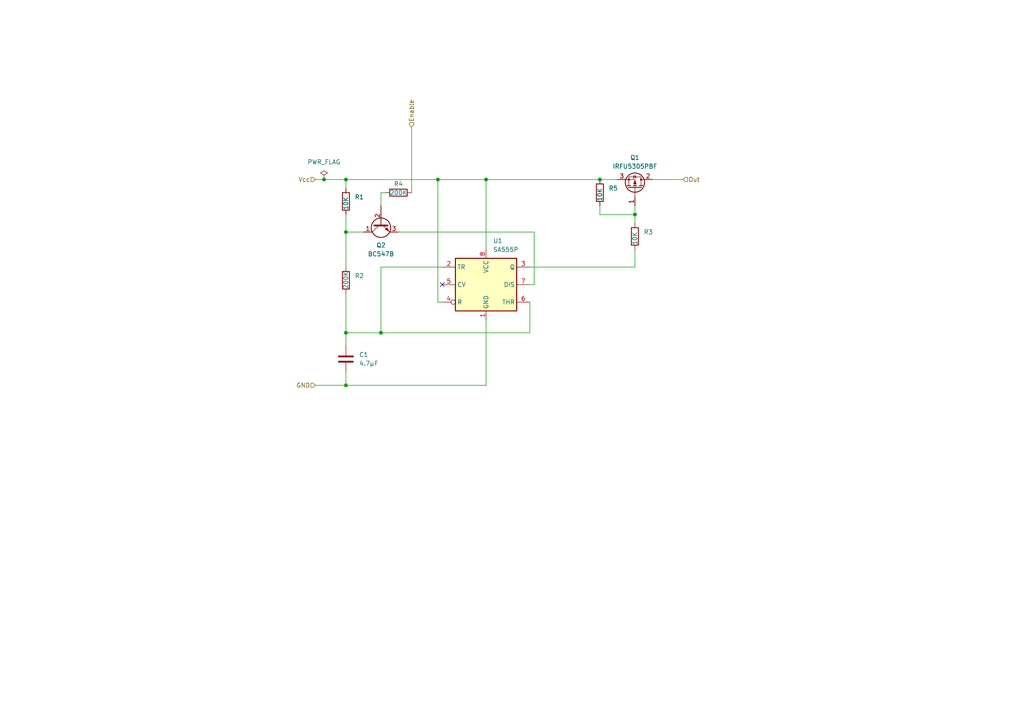
<source format=kicad_sch>
(kicad_sch (version 20211123) (generator eeschema)
  (paper "A4")
  (title_block (title "Module clignotant") (date "2025-01-08") (company "Vélo solaire pour tous") (comment 1 "Licence CERN-OHL-S version 2"))
  (lib_symbols
    (symbol "Device:C" (pin_numbers hide) (pin_names (offset 0.254))
      (property "Reference" "C" (at 0.635 2.54 0))
      (property "Value" "C" (at 0.635 -2.54 0))
      (symbol "C_0_1"
        (polyline (pts (xy -2.032 -0.762) (xy 2.032 -0.762)) (stroke (width 0.508)))
        (polyline (pts (xy -2.032 0.762) (xy 2.032 0.762)) (stroke (width 0.508)))
      )
      (symbol "C_1_1"
        (pin passive line (at 0 3.81 270) (length 2.794) (name "~") (number "1"))
        (pin passive line (at 0 -3.81 90) (length 2.794) (name "~") (number "2"))
      )
    )
    (symbol "Device:Q_NPN_CBE" (pin_names (offset 0) hide)
      (property "Reference" "Q" (at 5.08 1.27 0))
      (property "Value" "Q_NPN_CBE" (at 5.08 -1.27 0))
      (symbol "Q_NPN_CBE_0_1"
        (polyline (pts (xy 0.635 0.635) (xy 2.54 2.54)))
        (polyline (pts (xy 0.635 -0.635) (xy 2.54 -2.54) (xy 2.54 -2.54)))
        (polyline (pts (xy 0.635 1.905) (xy 0.635 -1.905) (xy 0.635 -1.905)) (stroke (width 0.508)))
        (polyline (pts (xy 1.27 -1.778) (xy 1.778 -1.27) (xy 2.286 -2.286) (xy 1.27 -1.778) (xy 1.27 -1.778)) (fill (type outline)))
        (circle (center 1.27 0) (radius 2.8194) (stroke (width 0.254)))
      )
      (symbol "Q_NPN_CBE_1_1"
        (pin passive line (at 2.54 5.08 270) (length 2.54) (name "C") (number "1"))
        (pin input line (at -5.08 0 0) (length 5.715) (name "B") (number "2"))
        (pin passive line (at 2.54 -5.08 90) (length 2.54) (name "E") (number "3"))
      )
    )
    (symbol "Device:R" (pin_numbers hide) (pin_names (offset 0))
      (property "Reference" "R" (at 2.032 0 90))
      (property "Value" "R" (at 0 0 90))
      (symbol "R_0_1"
        (rectangle (start -1.016 -2.54) (end 1.016 2.54) (stroke (width 0.254)))
      )
      (symbol "R_1_1"
        (pin passive line (at 0 3.81 270) (length 1.27) (name "~") (number "1"))
        (pin passive line (at 0 -3.81 90) (length 1.27) (name "~") (number "2"))
      )
    )
    (symbol "Timer:SA555P"
      (property "Reference" "U" (at -10.16 8.89 0))
      (property "Value" "SA555P" (at 2.54 8.89 0))
      (symbol "SA555P_0_0"
        (pin power_in line (at 0 -10.16 90) (length 2.54) (name "GND") (number "1"))
        (pin power_in line (at 0 10.16 270) (length 2.54) (name "VCC") (number "8"))
      )
      (symbol "SA555P_0_1"
        (rectangle (start -8.89 -7.62) (end 8.89 7.62) (stroke (width 0.254)) (fill (type background)))
        (rectangle (start -8.89 -7.62) (end 8.89 7.62) (stroke (width 0.254)) (fill (type background)))
      )
      (symbol "SA555P_1_1"
        (pin input line (at -12.7 5.08 0) (length 3.81) (name "TR") (number "2"))
        (pin output line (at 12.7 5.08 180) (length 3.81) (name "Q") (number "3"))
        (pin input inverted (at -12.7 -5.08 0) (length 3.81) (name "R") (number "4"))
        (pin input line (at -12.7 0 0) (length 3.81) (name "CV") (number "5"))
        (pin input line (at 12.7 -5.08 180) (length 3.81) (name "THR") (number "6"))
        (pin input line (at 12.7 0 180) (length 3.81) (name "DIS") (number "7"))
      )
    )
    (symbol "Transistor_FET:FQP27P06" (pin_names hide)
      (property "Reference" "Q" (at 5.08 1.905 0))
      (property "Value" "FQP27P06" (at 5.08 0 0))
      (symbol "FQP27P06_0_1"
        (polyline (pts (xy 0.254 0) (xy -2.54 0)))
        (polyline (pts (xy 0.254 1.905) (xy 0.254 -1.905)) (stroke (width 0.254)))
        (polyline (pts (xy 0.762 -1.27) (xy 0.762 -2.286)) (stroke (width 0.254)))
        (polyline (pts (xy 0.762 0.508) (xy 0.762 -0.508)) (stroke (width 0.254)))
        (polyline (pts (xy 0.762 2.286) (xy 0.762 1.27)) (stroke (width 0.254)))
        (polyline (pts (xy 2.54 2.54) (xy 2.54 1.778)))
        (polyline (pts (xy 2.54 -2.54) (xy 2.54 0) (xy 0.762 0)))
        (polyline (pts (xy 0.762 1.778) (xy 3.302 1.778) (xy 3.302 -1.778) (xy 0.762 -1.778)))
        (polyline (pts (xy 2.286 0) (xy 1.27 0.381) (xy 1.27 -0.381) (xy 2.286 0)) (fill (type outline)))
        (polyline (pts (xy 2.794 -0.508) (xy 2.921 -0.381) (xy 3.683 -0.381) (xy 3.81 -0.254)))
        (polyline (pts (xy 3.302 -0.381) (xy 2.921 0.254) (xy 3.683 0.254) (xy 3.302 -0.381)))
        (circle (center 1.651 0) (radius 2.794) (stroke (width 0.254)))
        (circle (center 2.54 -1.778) (radius 0.254) (fill (type outline)))
        (circle (center 2.54 1.778) (radius 0.254) (fill (type outline)))
      )
      (symbol "FQP27P06_1_1"
        (pin input line (at -5.08 0 0) (length 2.54) (name "G") (number "1"))
        (pin passive line (at 2.54 5.08 270) (length 2.54) (name "D") (number "2"))
        (pin passive line (at 2.54 -5.08 90) (length 2.54) (name "S") (number "3"))
      )
    )
    (symbol "power:PWR_FLAG" (power) (pin_numbers hide) (pin_names (offset 0) hide)
      (property "Value" "PWR_FLAG" (at 0 3.81 0))
      (symbol "PWR_FLAG_0_0"
        (pin power_out line (at 0 0 90) (length 0) (name "pwr") (number "1"))
      )
      (symbol "PWR_FLAG_0_1"
        (polyline (pts (xy 0 0) (xy 0 1.27) (xy -1.016 1.905) (xy 0 2.54) (xy 1.016 1.905) (xy 0 1.27)))
      )
    )
  )
  (junction (at 140.97 52.07))
  (junction (at 184.15 62.23))
  (junction (at 100.33 67.31))
  (junction (at 100.33 52.07))
  (junction (at 173.99 52.07))
  (junction (at 93.98 52.07))
  (junction (at 127 52.07))
  (junction (at 100.33 111.76))
  (junction (at 110.49 96.52))
  (junction (at 100.33 96.52))
  (no_connect (at 128.27 82.55))
  (wire (pts (xy 127 52.07) (xy 127 87.63)))
  (wire (pts (xy 140.97 52.07) (xy 140.97 72.39)))
  (wire (pts (xy 111.76 55.88) (xy 110.49 55.88)))
  (wire (pts (xy 140.97 92.71) (xy 140.97 111.76)))
  (wire (pts (xy 128.27 77.47) (xy 110.49 77.47)))
  (wire (pts (xy 140.97 52.07) (xy 173.99 52.07)))
  (wire (pts (xy 153.67 96.52) (xy 110.49 96.52)))
  (wire (pts (xy 100.33 67.31) (xy 100.33 77.47)))
  (wire (pts (xy 189.23 52.07) (xy 198.12 52.07)))
  (wire (pts (xy 153.67 82.55) (xy 154.94 82.55)))
  (wire (pts (xy 100.33 111.76) (xy 100.33 107.95)))
  (wire (pts (xy 100.33 67.31) (xy 105.41 67.31)))
  (wire (pts (xy 110.49 77.47) (xy 110.49 96.52)))
  (wire (pts (xy 119.38 36.83) (xy 119.38 55.88)))
  (wire (pts (xy 100.33 111.76) (xy 140.97 111.76)))
  (wire (pts (xy 153.67 77.47) (xy 184.15 77.47)))
  (wire (pts (xy 91.44 52.07) (xy 93.98 52.07)))
  (wire (pts (xy 184.15 64.77) (xy 184.15 62.23)))
  (wire (pts (xy 128.27 87.63) (xy 127 87.63)))
  (wire (pts (xy 100.33 85.09) (xy 100.33 96.52)))
  (wire (pts (xy 100.33 96.52) (xy 110.49 96.52)))
  (wire (pts (xy 184.15 62.23) (xy 184.15 59.69)))
  (wire (pts (xy 115.57 67.31) (xy 154.94 67.31)))
  (wire (pts (xy 93.98 52.07) (xy 100.33 52.07)))
  (wire (pts (xy 110.49 55.88) (xy 110.49 59.69)))
  (wire (pts (xy 153.67 87.63) (xy 153.67 96.52)))
  (wire (pts (xy 100.33 96.52) (xy 100.33 100.33)))
  (wire (pts (xy 173.99 52.07) (xy 179.07 52.07)))
  (wire (pts (xy 100.33 52.07) (xy 100.33 54.61)))
  (wire (pts (xy 184.15 72.39) (xy 184.15 77.47)))
  (wire (pts (xy 173.99 62.23) (xy 184.15 62.23)))
  (wire (pts (xy 100.33 62.23) (xy 100.33 67.31)))
  (wire (pts (xy 91.44 111.76) (xy 100.33 111.76)))
  (wire (pts (xy 127 52.07) (xy 140.97 52.07)))
  (wire (pts (xy 100.33 52.07) (xy 127 52.07)))
  (wire (pts (xy 173.99 59.69) (xy 173.99 62.23)))
  (wire (pts (xy 154.94 67.31) (xy 154.94 82.55)))
  (hierarchical_label "Out" (shape input) (at 198.12 52.07 0))
  (hierarchical_label "GND" (shape input) (at 91.44 111.76 180))
  (hierarchical_label "Enable" (shape input) (at 119.38 36.83 90))
  (hierarchical_label "Vcc" (shape input) (at 91.44 52.07 180))
  (symbol (lib_id "Device:R") (at 100.33 81.28 0) (unit 1)
    (property "Reference" "R2" (at 102.87 80.0099 0) (effects (justify left)))
    (property "Value" "200K" (at 100.33 83.82 90) (effects (justify left)))
    (property "Footprint" "Resistor_THT:R_Axial_DIN0207_L6.3mm_D2.5mm_P10.16mm_Horizontal" (effects hide))
  )
  (symbol (lib_id "Timer:SA555P") (at 140.97 82.55 0) (unit 1)
    (property "Reference" "U1" (at 142.9894 69.85 0) (effects (justify left)))
    (property "Value" "SA555P" (at 142.9894 72.39 0) (effects (justify left)))
    (property "Footprint" "Package_DIP:DIP-8_W7.62mm" (effects hide))
    (property "Datasheet" "http://www.ti.com/lit/ds/symlink/ne555.pdf" (effects hide))
  )
  (symbol (lib_id "Device:Q_NPN_CBE") (at 110.49 64.77 90) (mirror x) (unit 1)
    (property "Reference" "Q2" (at 110.49 71.12 90))
    (property "Value" "BC547B" (at 110.49 73.66 90))
    (property "Footprint" "Package_TO_SOT_THT:TO-92L_Inline" (effects hide))
  )
  (symbol (lib_id "Device:R") (at 115.57 55.88 90) (unit 1)
    (property "Reference" "R4" (at 115.57 53.34 90))
    (property "Value" "200K" (at 115.57 55.88 90))
    (property "Footprint" "Resistor_THT:R_Axial_DIN0207_L6.3mm_D2.5mm_P10.16mm_Horizontal" (effects hide))
  )
  (symbol (lib_id "Device:R") (at 100.33 58.42 0) (unit 1)
    (property "Reference" "R1" (at 102.87 57.1499 0) (effects (justify left)))
    (property "Value" "10K" (at 100.33 60.96 90) (effects (justify left)))
    (property "Footprint" "Resistor_THT:R_Axial_DIN0207_L6.3mm_D2.5mm_P10.16mm_Horizontal" (effects hide))
  )
  (symbol (lib_id "Device:R") (at 184.15 68.58 180) (unit 1)
    (property "Reference" "R3" (at 186.69 67.3099 0) (effects (justify right)))
    (property "Value" "10K" (at 184.15 71.12 90) (effects (justify right)))
    (property "Footprint" "Resistor_THT:R_Axial_DIN0207_L6.3mm_D2.5mm_P10.16mm_Horizontal" (effects hide))
  )
  (symbol (lib_id "power:PWR_FLAG") (at 93.98 52.07 0) (unit 1)
    (property "Reference" "#FLG0101" (effects hide))
    (property "Value" "PWR_FLAG" (at 93.98 46.99 0))
  )
  (symbol (lib_id "Device:R") (at 173.99 55.88 0) (unit 1)
    (property "Reference" "R5" (at 176.53 54.6099 0) (effects (justify left)))
    (property "Value" "10K" (at 173.99 58.42 90) (effects (justify left)))
    (property "Footprint" "Resistor_THT:R_Axial_DIN0207_L6.3mm_D2.5mm_P10.16mm_Horizontal" (effects hide))
  )
  (symbol (lib_id "Transistor_FET:FQP27P06") (at 184.15 54.61 270) (mirror x) (unit 1)
    (property "Reference" "Q1" (at 184.15 45.72 90))
    (property "Value" "IRFU5305PBF" (at 184.15 48.26 90))
    (property "Footprint" "Package_TO_SOT_THT:TO-220-3_Vertical" (effects hide))
    (property "Datasheet" "https://www.onsemi.com/pub/Collateral/FQP27P06-D.PDF" (effects hide))
  )
  (symbol (lib_id "Device:C") (at 100.33 104.14 0) (unit 1)
    (property "Reference" "C1" (at 104.14 102.8699 0) (effects (justify left)))
    (property "Value" "4.7µF" (at 104.14 105.4099 0) (effects (justify left)))
    (property "Footprint" "Capacitor_THT:C_Disc_D4.3mm_W1.9mm_P5.00mm" (effects hide))
  )
)
</source>
